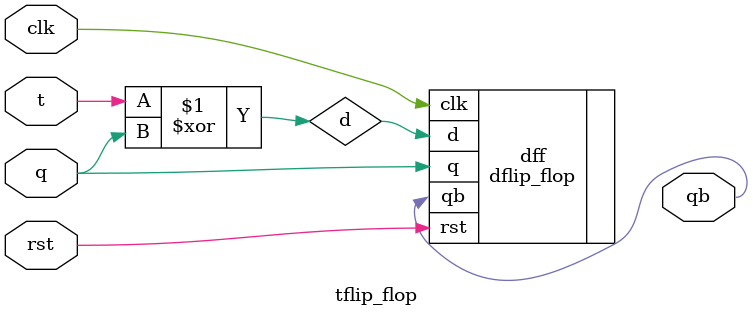
<source format=v>


module tflip_flop(clk,rst,t,q,qb);
  input clk,rst,t;
  inout q;
  wire d;
  output qb;

  xor x1(d,t,q);
  dflip_flop dff(.clk(clk), .rst(rst), .d(d), .q(q), .qb(qb));
endmodule

</source>
